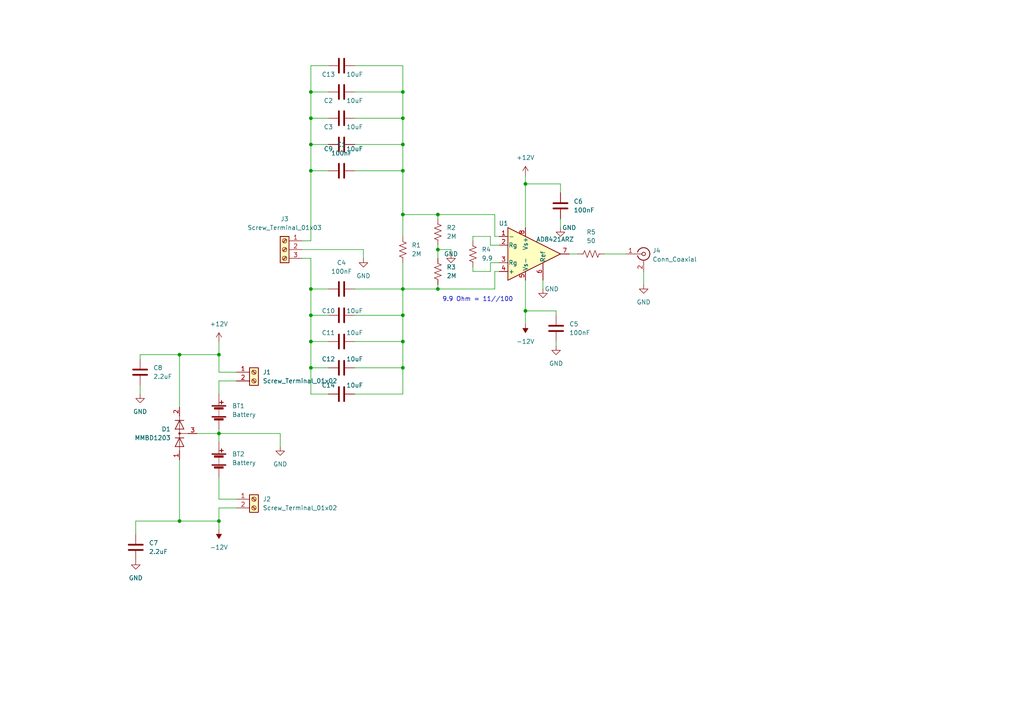
<source format=kicad_sch>
(kicad_sch (version 20211123) (generator eeschema)
  (paper "A4")
  (lib_symbols
    (symbol "Amplifier_Instrumentation:AD8421ARZ" (pin_names (offset 0.127))
      (property "Reference" "U" (at 3.556 7.366 0))
      (property "Value" "AD8421ARZ" (at 7.366 5.334 0))
      (symbol "AD8421ARZ_0_1"
        (polyline (pts (xy -5.08 7.62) (xy -5.08 -7.62) (xy 10.16 0) (xy -5.08 7.62)) (stroke (width 0.254)) (fill (type background)))
      )
      (symbol "AD8421ARZ_1_1"
        (pin input line (at -7.62 5.08 0) (length 2.54) (name "-") (number "1"))
        (pin passive line (at -7.62 2.54 0) (length 2.54) (name "Rg") (number "2"))
        (pin passive line (at -7.62 -2.54 0) (length 2.54) (name "Rg") (number "3"))
        (pin input line (at -7.62 -5.08 0) (length 2.54) (name "+") (number "4"))
        (pin power_in line (at 0 -7.62 90) (length 2.54) (name "Vs-") (number "5"))
        (pin passive line (at 5.08 -7.62 90) (length 5.08) (name "Ref") (number "6"))
        (pin output line (at 12.7 0 180) (length 2.54) (name "~") (number "7"))
        (pin power_in line (at 0 7.62 270) (length 2.54) (name "Vs+") (number "8"))
      )
    )
    (symbol "Connector:Conn_Coaxial" (pin_names (offset 1.016) hide)
      (property "Reference" "J" (at 0.254 3.048 0))
      (property "Value" "Conn_Coaxial" (at 2.921 0 90))
      (symbol "Conn_Coaxial_0_1"
        (arc (start -1.778 -0.508) (mid 0.2311 -1.8066) (end 1.778 0) (stroke (width 0.254)))
        (polyline (pts (xy -2.54 0) (xy -0.508 0)))
        (polyline (pts (xy 0 -2.54) (xy 0 -1.778)))
        (circle (center 0 0) (radius 0.508) (stroke (width 0.2032)))
        (arc (start 1.778 0) (mid 0.2099 1.8101) (end -1.778 0.508) (stroke (width 0.254)))
      )
      (symbol "Conn_Coaxial_1_1"
        (pin passive line (at -5.08 0 0) (length 2.54) (name "In") (number "1"))
        (pin passive line (at 0 -5.08 90) (length 2.54) (name "Ext") (number "2"))
      )
    )
    (symbol "Connector:Screw_Terminal_01x02" (pin_names (offset 1.016) hide)
      (property "Reference" "J" (at 0 2.54 0))
      (property "Value" "Screw_Terminal_01x02" (at 0 -5.08 0))
      (symbol "Screw_Terminal_01x02_1_1"
        (rectangle (start -1.27 1.27) (end 1.27 -3.81) (stroke (width 0.254)) (fill (type background)))
        (circle (center 0 -2.54) (radius 0.635) (stroke (width 0.1524)))
        (polyline (pts (xy -0.5334 -2.2098) (xy 0.3302 -3.048)) (stroke (width 0.1524)))
        (polyline (pts (xy -0.5334 0.3302) (xy 0.3302 -0.508)) (stroke (width 0.1524)))
        (polyline (pts (xy -0.3556 -2.032) (xy 0.508 -2.8702)) (stroke (width 0.1524)))
        (polyline (pts (xy -0.3556 0.508) (xy 0.508 -0.3302)) (stroke (width 0.1524)))
        (circle (center 0 0) (radius 0.635) (stroke (width 0.1524)))
        (pin passive line (at -5.08 0 0) (length 3.81) (name "Pin_1") (number "1"))
        (pin passive line (at -5.08 -2.54 0) (length 3.81) (name "Pin_2") (number "2"))
      )
    )
    (symbol "Connector:Screw_Terminal_01x03" (pin_names (offset 1.016) hide)
      (property "Reference" "J" (at 0 5.08 0))
      (property "Value" "Screw_Terminal_01x03" (at 0 -5.08 0))
      (symbol "Screw_Terminal_01x03_1_1"
        (rectangle (start -1.27 3.81) (end 1.27 -3.81) (stroke (width 0.254)) (fill (type background)))
        (circle (center 0 -2.54) (radius 0.635) (stroke (width 0.1524)))
        (polyline (pts (xy -0.5334 -2.2098) (xy 0.3302 -3.048)) (stroke (width 0.1524)))
        (polyline (pts (xy -0.5334 0.3302) (xy 0.3302 -0.508)) (stroke (width 0.1524)))
        (polyline (pts (xy -0.5334 2.8702) (xy 0.3302 2.032)) (stroke (width 0.1524)))
        (polyline (pts (xy -0.3556 -2.032) (xy 0.508 -2.8702)) (stroke (width 0.1524)))
        (polyline (pts (xy -0.3556 0.508) (xy 0.508 -0.3302)) (stroke (width 0.1524)))
        (polyline (pts (xy -0.3556 3.048) (xy 0.508 2.2098)) (stroke (width 0.1524)))
        (circle (center 0 0) (radius 0.635) (stroke (width 0.1524)))
        (circle (center 0 2.54) (radius 0.635) (stroke (width 0.1524)))
        (pin passive line (at -5.08 2.54 0) (length 3.81) (name "Pin_1") (number "1"))
        (pin passive line (at -5.08 0 0) (length 3.81) (name "Pin_2") (number "2"))
        (pin passive line (at -5.08 -2.54 0) (length 3.81) (name "Pin_3") (number "3"))
      )
    )
    (symbol "Device:Battery" (pin_numbers hide) (pin_names (offset 0) hide)
      (property "Reference" "BT" (at 2.54 2.54 0))
      (property "Value" "Battery" (at 2.54 0 0))
      (symbol "Battery_0_1"
        (rectangle (start -2.032 -1.397) (end 2.032 -1.651) (fill (type outline)))
        (rectangle (start -2.032 1.778) (end 2.032 1.524) (fill (type outline)))
        (rectangle (start -1.3208 -1.9812) (end 1.27 -2.4892) (fill (type outline)))
        (rectangle (start -1.3208 1.1938) (end 1.27 0.6858) (fill (type outline)))
        (polyline (pts (xy 0 -1.524) (xy 0 -1.27)))
        (polyline (pts (xy 0 -1.016) (xy 0 -0.762)))
        (polyline (pts (xy 0 -0.508) (xy 0 -0.254)))
        (polyline (pts (xy 0 0) (xy 0 0.254)))
        (polyline (pts (xy 0 0.508) (xy 0 0.762)))
        (polyline (pts (xy 0 1.778) (xy 0 2.54)))
        (polyline (pts (xy 0.254 2.667) (xy 1.27 2.667)) (stroke (width 0.254)))
        (polyline (pts (xy 0.762 3.175) (xy 0.762 2.159)) (stroke (width 0.254)))
      )
      (symbol "Battery_1_1"
        (pin passive line (at 0 5.08 270) (length 2.54) (name "+") (number "1"))
        (pin passive line (at 0 -5.08 90) (length 2.54) (name "-") (number "2"))
      )
    )
    (symbol "Device:C" (pin_numbers hide) (pin_names (offset 0.254))
      (property "Reference" "C" (at 0.635 2.54 0))
      (property "Value" "C" (at 0.635 -2.54 0))
      (symbol "C_0_1"
        (polyline (pts (xy -2.032 -0.762) (xy 2.032 -0.762)) (stroke (width 0.508)))
        (polyline (pts (xy -2.032 0.762) (xy 2.032 0.762)) (stroke (width 0.508)))
      )
      (symbol "C_1_1"
        (pin passive line (at 0 3.81 270) (length 2.794) (name "~") (number "1"))
        (pin passive line (at 0 -3.81 90) (length 2.794) (name "~") (number "2"))
      )
    )
    (symbol "Device:R_US" (pin_numbers hide) (pin_names (offset 0))
      (property "Reference" "R" (at 2.54 0 90))
      (property "Value" "R_US" (at -2.54 0 90))
      (symbol "R_US_0_1"
        (polyline (pts (xy 0 -2.286) (xy 0 -2.54)))
        (polyline (pts (xy 0 2.286) (xy 0 2.54)))
        (polyline (pts (xy 0 -0.762) (xy 1.016 -1.143) (xy 0 -1.524) (xy -1.016 -1.905) (xy 0 -2.286)))
        (polyline (pts (xy 0 0.762) (xy 1.016 0.381) (xy 0 0) (xy -1.016 -0.381) (xy 0 -0.762)))
        (polyline (pts (xy 0 2.286) (xy 1.016 1.905) (xy 0 1.524) (xy -1.016 1.143) (xy 0 0.762)))
      )
      (symbol "R_US_1_1"
        (pin passive line (at 0 3.81 270) (length 1.27) (name "~") (number "1"))
        (pin passive line (at 0 -3.81 90) (length 1.27) (name "~") (number "2"))
      )
    )
    (symbol "Diode:BAV99" (pin_names hide)
      (property "Reference" "D" (at 0 5.08 0))
      (property "Value" "BAV99" (at 0 2.54 0))
      (symbol "BAV99_0_1"
        (polyline (pts (xy -5.08 0) (xy 5.08 0)))
      )
      (symbol "BAV99_1_1"
        (polyline (pts (xy 0 0) (xy 0 -2.54)))
        (polyline (pts (xy -1.27 -1.27) (xy -1.27 1.27) (xy -1.27 1.27)) (stroke (width 0.2032)))
        (polyline (pts (xy 3.81 1.27) (xy 3.81 -1.27) (xy 3.81 -1.27)) (stroke (width 0.2032)))
        (polyline (pts (xy -3.81 1.27) (xy -1.27 0) (xy -3.81 -1.27) (xy -3.81 1.27) (xy -3.81 1.27) (xy -3.81 1.27)) (stroke (width 0.2032)))
        (polyline (pts (xy 1.27 1.27) (xy 3.81 0) (xy 1.27 -1.27) (xy 1.27 1.27) (xy 1.27 1.27) (xy 1.27 1.27)) (stroke (width 0.2032)))
        (circle (center 0 0) (radius 0.254) (fill (type outline)))
        (pin passive line (at -7.62 0 0) (length 2.54) (name "K") (number "1"))
        (pin passive line (at 7.62 0 180) (length 2.54) (name "A") (number "2"))
        (pin passive line (at 0 -5.08 90) (length 2.54) (name "K") (number "3"))
      )
    )
    (symbol "power:+12V" (power) (pin_names (offset 0))
      (property "Value" "+12V" (at 0 3.556 0))
      (symbol "+12V_0_1"
        (polyline (pts (xy -0.762 1.27) (xy 0 2.54)))
        (polyline (pts (xy 0 0) (xy 0 2.54)))
        (polyline (pts (xy 0 2.54) (xy 0.762 1.27)))
      )
      (symbol "+12V_1_1"
        (pin power_in line (at 0 0 90) (length 0) hide (name "+12V") (number "1"))
      )
    )
    (symbol "power:-12V" (power) (pin_names (offset 0))
      (property "Value" "-12V" (at 0 3.81 0))
      (symbol "-12V_0_0"
        (pin power_in line (at 0 0 90) (length 0) hide (name "-12V") (number "1"))
      )
      (symbol "-12V_0_1"
        (polyline (pts (xy 0 0) (xy 0 1.27) (xy 0.762 1.27) (xy 0 2.54) (xy -0.762 1.27) (xy 0 1.27)) (fill (type outline)))
      )
    )
    (symbol "power:GND" (power) (pin_names (offset 0))
      (property "Value" "GND" (at 0 -3.81 0))
      (symbol "GND_0_1"
        (polyline (pts (xy 0 0) (xy 0 -1.27) (xy 1.27 -1.27) (xy 0 -2.54) (xy -1.27 -1.27) (xy 0 -1.27)))
      )
      (symbol "GND_1_1"
        (pin power_in line (at 0 0 270) (length 0) hide (name "GND") (number "1"))
      )
    )
  )
  (junction (at 116.84 83.82))
  (junction (at 127 72.39))
  (junction (at 116.84 41.91))
  (junction (at 90.17 106.68))
  (junction (at 90.17 26.67))
  (junction (at 52.07 151.13))
  (junction (at 90.17 83.82))
  (junction (at 63.5 125.73))
  (junction (at 90.17 49.53))
  (junction (at 63.5 151.13))
  (junction (at 116.84 99.06))
  (junction (at 127 62.23))
  (junction (at 152.4 90.17))
  (junction (at 116.84 62.23))
  (junction (at 90.17 34.29))
  (junction (at 90.17 41.91))
  (junction (at 116.84 26.67))
  (junction (at 90.17 99.06))
  (junction (at 116.84 91.44))
  (junction (at 90.17 91.44))
  (junction (at 127 83.82))
  (junction (at 63.5 102.87))
  (junction (at 52.07 102.87))
  (junction (at 116.84 34.29))
  (junction (at 152.4 53.34))
  (junction (at 116.84 106.68))
  (junction (at 116.84 49.53))
  (wire (pts (xy 63.5 107.95) (xy 63.5 102.87)))
  (wire (pts (xy 116.84 62.23) (xy 127 62.23)))
  (wire (pts (xy 137.16 77.47) (xy 137.16 78.74)))
  (wire (pts (xy 90.17 19.05) (xy 90.17 26.67)))
  (wire (pts (xy 95.25 114.3) (xy 90.17 114.3)))
  (wire (pts (xy 137.16 69.85) (xy 137.16 68.58)))
  (wire (pts (xy 161.29 100.33) (xy 161.29 99.06)))
  (wire (pts (xy 152.4 90.17) (xy 152.4 81.28)))
  (wire (pts (xy 127 62.23) (xy 143.51 62.23)))
  (wire (pts (xy 63.5 124.46) (xy 63.5 125.73)))
  (wire (pts (xy 152.4 90.17) (xy 161.29 90.17)))
  (wire (pts (xy 52.07 102.87) (xy 63.5 102.87)))
  (wire (pts (xy 142.24 68.58) (xy 142.24 71.12)))
  (wire (pts (xy 137.16 68.58) (xy 142.24 68.58)))
  (wire (pts (xy 90.17 99.06) (xy 90.17 91.44)))
  (wire (pts (xy 162.56 66.04) (xy 162.56 63.5)))
  (wire (pts (xy 130.81 73.66) (xy 130.81 72.39)))
  (wire (pts (xy 157.48 83.82) (xy 157.48 81.28)))
  (wire (pts (xy 116.84 41.91) (xy 116.84 34.29)))
  (wire (pts (xy 95.25 99.06) (xy 90.17 99.06)))
  (wire (pts (xy 90.17 34.29) (xy 90.17 41.91)))
  (wire (pts (xy 95.25 106.68) (xy 90.17 106.68)))
  (wire (pts (xy 116.84 91.44) (xy 116.84 83.82)))
  (wire (pts (xy 90.17 49.53) (xy 90.17 69.85)))
  (wire (pts (xy 116.84 99.06) (xy 102.87 99.06)))
  (wire (pts (xy 175.26 73.66) (xy 181.61 73.66)))
  (wire (pts (xy 90.17 106.68) (xy 90.17 99.06)))
  (wire (pts (xy 63.5 125.73) (xy 81.28 125.73)))
  (wire (pts (xy 102.87 49.53) (xy 116.84 49.53)))
  (wire (pts (xy 52.07 102.87) (xy 52.07 118.11)))
  (wire (pts (xy 116.84 19.05) (xy 116.84 26.67)))
  (wire (pts (xy 52.07 151.13) (xy 63.5 151.13)))
  (wire (pts (xy 127 82.55) (xy 127 83.82)))
  (wire (pts (xy 63.5 110.49) (xy 63.5 114.3)))
  (wire (pts (xy 40.64 104.14) (xy 40.64 102.87)))
  (wire (pts (xy 87.63 72.39) (xy 105.41 72.39)))
  (wire (pts (xy 116.84 83.82) (xy 127 83.82)))
  (wire (pts (xy 95.25 26.67) (xy 90.17 26.67)))
  (wire (pts (xy 90.17 41.91) (xy 90.17 49.53)))
  (wire (pts (xy 90.17 91.44) (xy 90.17 83.82)))
  (wire (pts (xy 152.4 90.17) (xy 152.4 93.98)))
  (wire (pts (xy 116.84 99.06) (xy 116.84 106.68)))
  (wire (pts (xy 95.25 49.53) (xy 90.17 49.53)))
  (wire (pts (xy 116.84 41.91) (xy 116.84 49.53)))
  (wire (pts (xy 68.58 110.49) (xy 63.5 110.49)))
  (wire (pts (xy 87.63 69.85) (xy 90.17 69.85)))
  (wire (pts (xy 95.25 19.05) (xy 90.17 19.05)))
  (wire (pts (xy 90.17 114.3) (xy 90.17 106.68)))
  (wire (pts (xy 90.17 26.67) (xy 90.17 34.29)))
  (wire (pts (xy 63.5 147.32) (xy 63.5 151.13)))
  (wire (pts (xy 52.07 151.13) (xy 39.37 151.13)))
  (wire (pts (xy 152.4 50.8) (xy 152.4 53.34)))
  (wire (pts (xy 116.84 114.3) (xy 102.87 114.3)))
  (wire (pts (xy 95.25 41.91) (xy 90.17 41.91)))
  (wire (pts (xy 127 72.39) (xy 130.81 72.39)))
  (wire (pts (xy 105.41 72.39) (xy 105.41 74.93)))
  (wire (pts (xy 63.5 99.06) (xy 63.5 102.87)))
  (wire (pts (xy 116.84 106.68) (xy 102.87 106.68)))
  (wire (pts (xy 162.56 53.34) (xy 152.4 53.34)))
  (wire (pts (xy 116.84 91.44) (xy 116.84 99.06)))
  (wire (pts (xy 142.24 76.2) (xy 144.78 76.2)))
  (wire (pts (xy 127 72.39) (xy 127 74.93)))
  (wire (pts (xy 39.37 151.13) (xy 39.37 154.94)))
  (wire (pts (xy 40.64 102.87) (xy 52.07 102.87)))
  (wire (pts (xy 116.84 34.29) (xy 102.87 34.29)))
  (wire (pts (xy 116.84 34.29) (xy 116.84 26.67)))
  (wire (pts (xy 57.15 125.73) (xy 63.5 125.73)))
  (wire (pts (xy 186.69 78.74) (xy 186.69 82.55)))
  (wire (pts (xy 68.58 144.78) (xy 63.5 144.78)))
  (wire (pts (xy 143.51 68.58) (xy 143.51 62.23)))
  (wire (pts (xy 102.87 83.82) (xy 116.84 83.82)))
  (wire (pts (xy 90.17 83.82) (xy 90.17 74.93)))
  (wire (pts (xy 143.51 78.74) (xy 143.51 83.82)))
  (wire (pts (xy 127 71.12) (xy 127 72.39)))
  (wire (pts (xy 116.84 26.67) (xy 102.87 26.67)))
  (wire (pts (xy 142.24 78.74) (xy 137.16 78.74)))
  (wire (pts (xy 63.5 144.78) (xy 63.5 138.43)))
  (wire (pts (xy 142.24 71.12) (xy 144.78 71.12)))
  (wire (pts (xy 143.51 78.74) (xy 144.78 78.74)))
  (wire (pts (xy 116.84 62.23) (xy 116.84 68.58)))
  (wire (pts (xy 102.87 41.91) (xy 116.84 41.91)))
  (wire (pts (xy 127 83.82) (xy 143.51 83.82)))
  (wire (pts (xy 52.07 133.35) (xy 52.07 151.13)))
  (wire (pts (xy 87.63 74.93) (xy 90.17 74.93)))
  (wire (pts (xy 142.24 76.2) (xy 142.24 78.74)))
  (wire (pts (xy 162.56 55.88) (xy 162.56 53.34)))
  (wire (pts (xy 116.84 49.53) (xy 116.84 62.23)))
  (wire (pts (xy 116.84 106.68) (xy 116.84 114.3)))
  (wire (pts (xy 127 62.23) (xy 127 63.5)))
  (wire (pts (xy 102.87 91.44) (xy 116.84 91.44)))
  (wire (pts (xy 165.1 73.66) (xy 167.64 73.66)))
  (wire (pts (xy 95.25 91.44) (xy 90.17 91.44)))
  (wire (pts (xy 95.25 83.82) (xy 90.17 83.82)))
  (wire (pts (xy 102.87 19.05) (xy 116.84 19.05)))
  (wire (pts (xy 40.64 111.76) (xy 40.64 114.3)))
  (wire (pts (xy 68.58 107.95) (xy 63.5 107.95)))
  (wire (pts (xy 63.5 151.13) (xy 63.5 153.67)))
  (wire (pts (xy 161.29 90.17) (xy 161.29 91.44)))
  (wire (pts (xy 144.78 68.58) (xy 143.51 68.58)))
  (wire (pts (xy 95.25 34.29) (xy 90.17 34.29)))
  (wire (pts (xy 63.5 125.73) (xy 63.5 128.27)))
  (wire (pts (xy 68.58 147.32) (xy 63.5 147.32)))
  (wire (pts (xy 152.4 53.34) (xy 152.4 66.04)))
  (wire (pts (xy 81.28 125.73) (xy 81.28 129.54)))
  (wire (pts (xy 116.84 76.2) (xy 116.84 83.82)))
  (text "9.9 Ohm = 11//100" (at 128.27 87.63 0) (effects (font (size 1.27 1.27)) (justify left bottom)))
  (symbol (lib_id "power:-12V") (at 63.5 153.67 180) (unit 1)
    (property "Reference" "#PWR02" (effects hide))
    (property "Value" "-12V" (at 63.5 158.75 0))
  )
  (symbol (lib_id "Device:R_US") (at 116.84 72.39 180) (unit 1)
    (property "Reference" "R1" (at 119.38 71.1199 0) (effects (justify right)))
    (property "Value" "2M" (at 119.38 73.6599 0) (effects (justify right)))
    (property "Footprint" "Resistor_SMD:R_0603_1608Metric_Pad0.98x0.95mm_HandSolder" (effects hide))
  )
  (symbol (lib_id "Device:C") (at 99.06 49.53 90) (unit 1)
    (property "Reference" "C1" (at 99.06 41.91 90))
    (property "Value" "100nF" (at 99.06 44.45 90))
    (property "Footprint" "Capacitor_SMD:C_0603_1608Metric_Pad1.08x0.95mm_HandSolder" (effects hide))
  )
  (symbol (lib_id "power:-12V") (at 152.4 93.98 180) (unit 1)
    (property "Reference" "#PWR07" (effects hide))
    (property "Value" "-12V" (at 152.4 99.06 0))
  )
  (symbol (lib_id "power:+12V") (at 63.5 99.06 0) (unit 1)
    (property "Reference" "#PWR01" (effects hide))
    (property "Value" "+12V" (at 63.5 93.98 0))
  )
  (symbol (lib_id "Amplifier_Instrumentation:AD8421ARZ") (at 152.4 73.66 0) (unit 1)
    (property "Reference" "U1" (at 146.05 64.77 0))
    (property "Value" "AD8421ARZ" (at 160.9884 69.4214 0))
    (property "Footprint" "Package_SO:PowerIntegrations_SO-8" (effects hide))
    (property "Datasheet" "https://www.analog.com/media/en/technical-documentation/data-sheets/AD8421.pdf" (effects hide))
  )
  (symbol (lib_id "Device:C") (at 99.06 41.91 90) (mirror x) (unit 1)
    (property "Reference" "C9" (at 95.25 43.18 90))
    (property "Value" "10uF" (at 102.87 43.18 90))
    (property "Footprint" "Capacitor_SMD:C_1210_3225Metric" (effects hide))
  )
  (symbol (lib_id "Connector:Screw_Terminal_01x02") (at 73.66 107.95 0) (unit 1)
    (property "Reference" "J1" (at 76.2 107.9499 0) (effects (justify left)))
    (property "Value" "Screw_Terminal_01x02" (at 76.2 110.4899 0) (effects (justify left)))
    (property "Footprint" "Connector_PinHeader_2.54mm:PinHeader_1x02_P2.54mm_Vertical" (effects hide))
  )
  (symbol (lib_id "power:GND") (at 130.81 73.66 0) (unit 1)
    (property "Reference" "#PWR0101" (effects hide))
    (property "Value" "GND" (at 130.81 73.66 0))
  )
  (symbol (lib_id "power:GND") (at 162.56 66.04 0) (unit 1)
    (property "Reference" "#PWR010" (effects hide))
    (property "Value" "GND" (at 165.1 66.04 0))
  )
  (symbol (lib_id "Diode:BAV99") (at 52.07 125.73 90) (unit 1)
    (property "Reference" "D1" (at 49.53 124.4599 90) (effects (justify left)))
    (property "Value" "MMBD1203" (at 49.53 126.9999 90) (effects (justify left)))
    (property "Footprint" "Package_TO_SOT_SMD:SOT-23" (effects hide))
    (property "Datasheet" "https://assets.nexperia.com/documents/data-sheet/BAV99_SER.pdf" (effects hide))
  )
  (symbol (lib_id "Connector:Screw_Terminal_01x02") (at 73.66 144.78 0) (unit 1)
    (property "Reference" "J2" (at 76.2 144.7799 0) (effects (justify left)))
    (property "Value" "Screw_Terminal_01x02" (at 76.2 147.3199 0) (effects (justify left)))
    (property "Footprint" "Connector_PinHeader_2.54mm:PinHeader_1x02_P2.54mm_Vertical" (effects hide))
  )
  (symbol (lib_id "Device:C") (at 99.06 26.67 90) (mirror x) (unit 1)
    (property "Reference" "C2" (at 95.25 29.21 90))
    (property "Value" "10uF" (at 102.87 29.21 90))
    (property "Footprint" "Capacitor_SMD:C_1210_3225Metric" (effects hide))
  )
  (symbol (lib_id "Device:R_US") (at 137.16 73.66 180) (unit 1)
    (property "Reference" "R4" (at 139.7 72.3899 0) (effects (justify right)))
    (property "Value" "9.9" (at 139.7 74.9299 0) (effects (justify right)))
    (property "Footprint" "Resistor_SMD:R_0603_1608Metric_Pad0.98x0.95mm_HandSolder" (effects hide))
  )
  (symbol (lib_id "Connector:Conn_Coaxial") (at 186.69 73.66 0) (unit 1)
    (property "Reference" "J4" (at 189.23 72.6831 0) (effects (justify left)))
    (property "Value" "Conn_Coaxial" (at 189.23 75.2231 0) (effects (justify left)))
    (property "Footprint" "Ina_local:BNC_1cm" (effects hide))
    (property "Datasheet" " ~" (effects hide))
  )
  (symbol (lib_id "power:+12V") (at 152.4 50.8 0) (unit 1)
    (property "Reference" "#PWR06" (effects hide))
    (property "Value" "+12V" (at 152.4 45.72 0))
  )
  (symbol (lib_id "power:GND") (at 105.41 74.93 0) (unit 1)
    (property "Reference" "#PWR05" (effects hide))
    (property "Value" "GND" (at 105.41 80.01 0))
  )
  (symbol (lib_id "Device:C") (at 162.56 59.69 0) (unit 1)
    (property "Reference" "C6" (at 166.37 58.4199 0) (effects (justify left)))
    (property "Value" "100nF" (at 166.37 60.9599 0) (effects (justify left)))
    (property "Footprint" "Capacitor_SMD:C_0603_1608Metric_Pad1.08x0.95mm_HandSolder" (effects hide))
  )
  (symbol (lib_id "Device:C") (at 99.06 106.68 90) (unit 1)
    (property "Reference" "C12" (at 95.25 104.14 90))
    (property "Value" "10uF" (at 102.87 104.14 90))
    (property "Footprint" "Capacitor_SMD:C_1210_3225Metric" (effects hide))
  )
  (symbol (lib_id "Device:R_US") (at 127 67.31 180) (unit 1)
    (property "Reference" "R2" (at 129.54 66.0399 0) (effects (justify right)))
    (property "Value" "2M" (at 129.54 68.5799 0) (effects (justify right)))
    (property "Footprint" "Resistor_SMD:R_0603_1608Metric_Pad0.98x0.95mm_HandSolder" (effects hide))
  )
  (symbol (lib_id "Device:C") (at 99.06 91.44 90) (unit 1)
    (property "Reference" "C10" (at 95.25 90.17 90))
    (property "Value" "10uF" (at 102.87 90.17 90))
    (property "Footprint" "Capacitor_SMD:C_1210_3225Metric" (effects hide))
  )
  (symbol (lib_id "Device:C") (at 99.06 99.06 90) (unit 1)
    (property "Reference" "C11" (at 95.25 96.52 90))
    (property "Value" "10uF" (at 102.87 96.52 90))
    (property "Footprint" "Capacitor_SMD:C_1210_3225Metric" (effects hide))
  )
  (symbol (lib_id "power:GND") (at 161.29 100.33 0) (unit 1)
    (property "Reference" "#PWR09" (effects hide))
    (property "Value" "GND" (at 161.29 105.41 0))
  )
  (symbol (lib_id "Device:C") (at 39.37 158.75 0) (unit 1)
    (property "Reference" "C7" (at 43.18 157.4799 0) (effects (justify left)))
    (property "Value" "2.2uF" (at 43.18 160.0199 0) (effects (justify left)))
    (property "Footprint" "Capacitor_SMD:C_0805_2012Metric_Pad1.18x1.45mm_HandSolder" (effects hide))
  )
  (symbol (lib_id "Device:Battery") (at 63.5 133.35 0) (unit 1)
    (property "Reference" "BT2" (at 67.31 131.6989 0) (effects (justify left)))
    (property "Value" "Battery" (at 67.31 134.2389 0) (effects (justify left)))
    (property "Footprint" "Ina_local:12V_cell_holder" (effects hide))
  )
  (symbol (lib_id "Connector:Screw_Terminal_01x03") (at 82.55 72.39 0) (mirror y) (unit 1)
    (property "Reference" "J3" (at 82.55 63.5 0))
    (property "Value" "Screw_Terminal_01x03" (at 82.55 66.04 0))
    (property "Footprint" "TerminalBlock_4Ucon:TerminalBlock_4Ucon_1x03_P3.50mm_Horizontal" (effects hide))
  )
  (symbol (lib_id "Device:C") (at 40.64 107.95 0) (unit 1)
    (property "Reference" "C8" (at 44.45 106.6799 0) (effects (justify left)))
    (property "Value" "2.2uF" (at 44.45 109.2199 0) (effects (justify left)))
    (property "Footprint" "Capacitor_SMD:C_0805_2012Metric_Pad1.18x1.45mm_HandSolder" (effects hide))
  )
  (symbol (lib_id "Device:Battery") (at 63.5 119.38 0) (unit 1)
    (property "Reference" "BT1" (at 67.31 117.7289 0) (effects (justify left)))
    (property "Value" "Battery" (at 67.31 120.2689 0) (effects (justify left)))
    (property "Footprint" "Ina_local:12V_cell_holder" (effects hide))
  )
  (symbol (lib_id "Device:C") (at 161.29 95.25 0) (unit 1)
    (property "Reference" "C5" (at 165.1 93.9799 0) (effects (justify left)))
    (property "Value" "100nF" (at 165.1 96.5199 0) (effects (justify left)))
    (property "Footprint" "Capacitor_SMD:C_0603_1608Metric_Pad1.08x0.95mm_HandSolder" (effects hide))
  )
  (symbol (lib_id "Device:C") (at 99.06 19.05 90) (mirror x) (unit 1)
    (property "Reference" "C13" (at 95.25 21.59 90))
    (property "Value" "10uF" (at 102.87 21.59 90))
    (property "Footprint" "Capacitor_SMD:C_1210_3225Metric" (effects hide))
  )
  (symbol (lib_id "power:GND") (at 157.48 83.82 0) (unit 1)
    (property "Reference" "#PWR08" (effects hide))
    (property "Value" "GND" (at 160.02 83.82 0))
  )
  (symbol (lib_id "power:GND") (at 40.64 114.3 0) (unit 1)
    (property "Reference" "#PWR0102" (effects hide))
    (property "Value" "GND" (at 40.64 119.38 0))
  )
  (symbol (lib_id "Device:C") (at 99.06 34.29 90) (mirror x) (unit 1)
    (property "Reference" "C3" (at 95.25 36.83 90))
    (property "Value" "10uF" (at 102.87 36.83 90))
    (property "Footprint" "Capacitor_SMD:C_1210_3225Metric" (effects hide))
  )
  (symbol (lib_id "power:GND") (at 186.69 82.55 0) (unit 1)
    (property "Reference" "#PWR011" (effects hide))
    (property "Value" "GND" (at 186.69 87.63 0))
  )
  (symbol (lib_id "power:GND") (at 81.28 129.54 0) (unit 1)
    (property "Reference" "#PWR04" (effects hide))
    (property "Value" "GND" (at 81.28 134.62 0))
  )
  (symbol (lib_id "Device:R_US") (at 171.45 73.66 90) (unit 1)
    (property "Reference" "R5" (at 171.45 67.31 90))
    (property "Value" "50" (at 171.45 69.85 90))
    (property "Footprint" "Resistor_SMD:R_0603_1608Metric_Pad0.98x0.95mm_HandSolder" (effects hide))
  )
  (symbol (lib_id "Device:C") (at 99.06 83.82 90) (unit 1)
    (property "Reference" "C4" (at 99.06 76.2 90))
    (property "Value" "100nF" (at 99.06 78.74 90))
    (property "Footprint" "Capacitor_SMD:C_0603_1608Metric_Pad1.08x0.95mm_HandSolder" (effects hide))
  )
  (symbol (lib_id "Device:C") (at 99.06 114.3 90) (unit 1)
    (property "Reference" "C14" (at 95.25 111.76 90))
    (property "Value" "10uF" (at 102.87 111.76 90))
    (property "Footprint" "Capacitor_SMD:C_1210_3225Metric" (effects hide))
  )
  (symbol (lib_id "power:GND") (at 39.37 162.56 0) (unit 1)
    (property "Reference" "#PWR0103" (effects hide))
    (property "Value" "GND" (at 39.37 167.64 0))
  )
  (symbol (lib_id "Device:R_US") (at 127 78.74 180) (unit 1)
    (property "Reference" "R3" (at 129.54 77.4699 0) (effects (justify right)))
    (property "Value" "2M" (at 129.54 80.0099 0) (effects (justify right)))
    (property "Footprint" "Resistor_SMD:R_0603_1608Metric_Pad0.98x0.95mm_HandSolder" (effects hide))
  )
)
</source>
